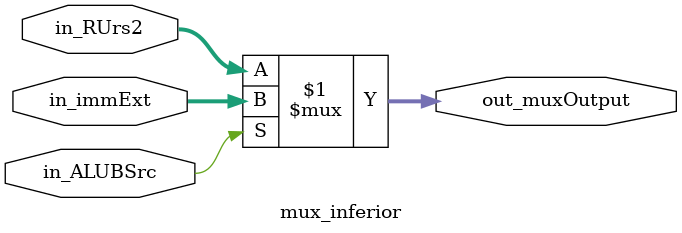
<source format=v>
module mux_inferior(
	input [31:0] in_immExt,
	input [31:0] in_RUrs2,
	input in_ALUBSrc,
	output [31:0] out_muxOutput
);


assign out_muxOutput = in_ALUBSrc ? in_immExt : in_RUrs2;
endmodule
</source>
